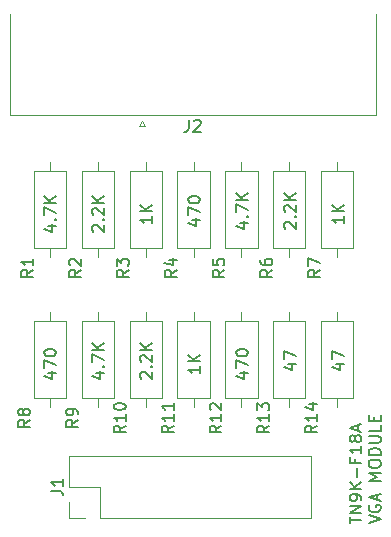
<source format=gbr>
%TF.GenerationSoftware,KiCad,Pcbnew,7.0.1*%
%TF.CreationDate,2023-04-24T00:51:31-07:00*%
%TF.ProjectId,TN9K_VGA,544e394b-5f56-4474-912e-6b696361645f,rev?*%
%TF.SameCoordinates,Original*%
%TF.FileFunction,Legend,Top*%
%TF.FilePolarity,Positive*%
%FSLAX46Y46*%
G04 Gerber Fmt 4.6, Leading zero omitted, Abs format (unit mm)*
G04 Created by KiCad (PCBNEW 7.0.1) date 2023-04-24 00:51:31*
%MOMM*%
%LPD*%
G01*
G04 APERTURE LIST*
%ADD10C,0.150000*%
%ADD11C,0.120000*%
G04 APERTURE END LIST*
D10*
X156513952Y-62999809D02*
X157180619Y-62999809D01*
X156133000Y-63237904D02*
X156847285Y-63475999D01*
X156847285Y-63475999D02*
X156847285Y-62856952D01*
X157085380Y-62475999D02*
X157133000Y-62428380D01*
X157133000Y-62428380D02*
X157180619Y-62475999D01*
X157180619Y-62475999D02*
X157133000Y-62523618D01*
X157133000Y-62523618D02*
X157085380Y-62475999D01*
X157085380Y-62475999D02*
X157180619Y-62475999D01*
X156180619Y-62095047D02*
X156180619Y-61428381D01*
X156180619Y-61428381D02*
X157180619Y-61856952D01*
X157180619Y-61047428D02*
X156180619Y-61047428D01*
X157180619Y-60476000D02*
X156609190Y-60904571D01*
X156180619Y-60476000D02*
X156752047Y-61047428D01*
X165308619Y-62190285D02*
X165308619Y-62761713D01*
X165308619Y-62475999D02*
X164308619Y-62475999D01*
X164308619Y-62475999D02*
X164451476Y-62571237D01*
X164451476Y-62571237D02*
X164546714Y-62666475D01*
X164546714Y-62666475D02*
X164594333Y-62761713D01*
X165308619Y-61761713D02*
X164308619Y-61761713D01*
X165308619Y-61190285D02*
X164737190Y-61618856D01*
X164308619Y-61190285D02*
X164880047Y-61761713D01*
X156513952Y-75437904D02*
X157180619Y-75437904D01*
X156133000Y-75675999D02*
X156847285Y-75914094D01*
X156847285Y-75914094D02*
X156847285Y-75295047D01*
X156180619Y-75009332D02*
X156180619Y-74342666D01*
X156180619Y-74342666D02*
X157180619Y-74771237D01*
X156180619Y-73771237D02*
X156180619Y-73675999D01*
X156180619Y-73675999D02*
X156228238Y-73580761D01*
X156228238Y-73580761D02*
X156275857Y-73533142D01*
X156275857Y-73533142D02*
X156371095Y-73485523D01*
X156371095Y-73485523D02*
X156561571Y-73437904D01*
X156561571Y-73437904D02*
X156799666Y-73437904D01*
X156799666Y-73437904D02*
X156990142Y-73485523D01*
X156990142Y-73485523D02*
X157085380Y-73533142D01*
X157085380Y-73533142D02*
X157133000Y-73580761D01*
X157133000Y-73580761D02*
X157180619Y-73675999D01*
X157180619Y-73675999D02*
X157180619Y-73771237D01*
X157180619Y-73771237D02*
X157133000Y-73866475D01*
X157133000Y-73866475D02*
X157085380Y-73914094D01*
X157085380Y-73914094D02*
X156990142Y-73961713D01*
X156990142Y-73961713D02*
X156799666Y-74009332D01*
X156799666Y-74009332D02*
X156561571Y-74009332D01*
X156561571Y-74009332D02*
X156371095Y-73961713D01*
X156371095Y-73961713D02*
X156275857Y-73914094D01*
X156275857Y-73914094D02*
X156228238Y-73866475D01*
X156228238Y-73866475D02*
X156180619Y-73771237D01*
X180897952Y-74707714D02*
X181564619Y-74707714D01*
X180517000Y-74945809D02*
X181231285Y-75183904D01*
X181231285Y-75183904D02*
X181231285Y-74564857D01*
X180564619Y-74279142D02*
X180564619Y-73612476D01*
X180564619Y-73612476D02*
X181564619Y-74041047D01*
X181564619Y-62190285D02*
X181564619Y-62761713D01*
X181564619Y-62475999D02*
X180564619Y-62475999D01*
X180564619Y-62475999D02*
X180707476Y-62571237D01*
X180707476Y-62571237D02*
X180802714Y-62666475D01*
X180802714Y-62666475D02*
X180850333Y-62761713D01*
X181564619Y-61761713D02*
X180564619Y-61761713D01*
X181564619Y-61190285D02*
X180993190Y-61618856D01*
X180564619Y-61190285D02*
X181136047Y-61761713D01*
X176833952Y-74707714D02*
X177500619Y-74707714D01*
X176453000Y-74945809D02*
X177167285Y-75183904D01*
X177167285Y-75183904D02*
X177167285Y-74564857D01*
X176500619Y-74279142D02*
X176500619Y-73612476D01*
X176500619Y-73612476D02*
X177500619Y-74041047D01*
X172769952Y-75437904D02*
X173436619Y-75437904D01*
X172389000Y-75675999D02*
X173103285Y-75914094D01*
X173103285Y-75914094D02*
X173103285Y-75295047D01*
X172436619Y-75009332D02*
X172436619Y-74342666D01*
X172436619Y-74342666D02*
X173436619Y-74771237D01*
X172436619Y-73771237D02*
X172436619Y-73675999D01*
X172436619Y-73675999D02*
X172484238Y-73580761D01*
X172484238Y-73580761D02*
X172531857Y-73533142D01*
X172531857Y-73533142D02*
X172627095Y-73485523D01*
X172627095Y-73485523D02*
X172817571Y-73437904D01*
X172817571Y-73437904D02*
X173055666Y-73437904D01*
X173055666Y-73437904D02*
X173246142Y-73485523D01*
X173246142Y-73485523D02*
X173341380Y-73533142D01*
X173341380Y-73533142D02*
X173389000Y-73580761D01*
X173389000Y-73580761D02*
X173436619Y-73675999D01*
X173436619Y-73675999D02*
X173436619Y-73771237D01*
X173436619Y-73771237D02*
X173389000Y-73866475D01*
X173389000Y-73866475D02*
X173341380Y-73914094D01*
X173341380Y-73914094D02*
X173246142Y-73961713D01*
X173246142Y-73961713D02*
X173055666Y-74009332D01*
X173055666Y-74009332D02*
X172817571Y-74009332D01*
X172817571Y-74009332D02*
X172627095Y-73961713D01*
X172627095Y-73961713D02*
X172531857Y-73914094D01*
X172531857Y-73914094D02*
X172484238Y-73866475D01*
X172484238Y-73866475D02*
X172436619Y-73771237D01*
X182042619Y-88169761D02*
X182042619Y-87598333D01*
X183042619Y-87884047D02*
X182042619Y-87884047D01*
X183042619Y-87264999D02*
X182042619Y-87264999D01*
X182042619Y-87264999D02*
X183042619Y-86693571D01*
X183042619Y-86693571D02*
X182042619Y-86693571D01*
X183042619Y-86169761D02*
X183042619Y-85979285D01*
X183042619Y-85979285D02*
X182995000Y-85884047D01*
X182995000Y-85884047D02*
X182947380Y-85836428D01*
X182947380Y-85836428D02*
X182804523Y-85741190D01*
X182804523Y-85741190D02*
X182614047Y-85693571D01*
X182614047Y-85693571D02*
X182233095Y-85693571D01*
X182233095Y-85693571D02*
X182137857Y-85741190D01*
X182137857Y-85741190D02*
X182090238Y-85788809D01*
X182090238Y-85788809D02*
X182042619Y-85884047D01*
X182042619Y-85884047D02*
X182042619Y-86074523D01*
X182042619Y-86074523D02*
X182090238Y-86169761D01*
X182090238Y-86169761D02*
X182137857Y-86217380D01*
X182137857Y-86217380D02*
X182233095Y-86264999D01*
X182233095Y-86264999D02*
X182471190Y-86264999D01*
X182471190Y-86264999D02*
X182566428Y-86217380D01*
X182566428Y-86217380D02*
X182614047Y-86169761D01*
X182614047Y-86169761D02*
X182661666Y-86074523D01*
X182661666Y-86074523D02*
X182661666Y-85884047D01*
X182661666Y-85884047D02*
X182614047Y-85788809D01*
X182614047Y-85788809D02*
X182566428Y-85741190D01*
X182566428Y-85741190D02*
X182471190Y-85693571D01*
X183042619Y-85264999D02*
X182042619Y-85264999D01*
X183042619Y-84693571D02*
X182471190Y-85122142D01*
X182042619Y-84693571D02*
X182614047Y-85264999D01*
X182661666Y-84264999D02*
X182661666Y-83503095D01*
X182518809Y-82693571D02*
X182518809Y-83026904D01*
X183042619Y-83026904D02*
X182042619Y-83026904D01*
X182042619Y-83026904D02*
X182042619Y-82550714D01*
X183042619Y-81645952D02*
X183042619Y-82217380D01*
X183042619Y-81931666D02*
X182042619Y-81931666D01*
X182042619Y-81931666D02*
X182185476Y-82026904D01*
X182185476Y-82026904D02*
X182280714Y-82122142D01*
X182280714Y-82122142D02*
X182328333Y-82217380D01*
X182471190Y-81074523D02*
X182423571Y-81169761D01*
X182423571Y-81169761D02*
X182375952Y-81217380D01*
X182375952Y-81217380D02*
X182280714Y-81264999D01*
X182280714Y-81264999D02*
X182233095Y-81264999D01*
X182233095Y-81264999D02*
X182137857Y-81217380D01*
X182137857Y-81217380D02*
X182090238Y-81169761D01*
X182090238Y-81169761D02*
X182042619Y-81074523D01*
X182042619Y-81074523D02*
X182042619Y-80884047D01*
X182042619Y-80884047D02*
X182090238Y-80788809D01*
X182090238Y-80788809D02*
X182137857Y-80741190D01*
X182137857Y-80741190D02*
X182233095Y-80693571D01*
X182233095Y-80693571D02*
X182280714Y-80693571D01*
X182280714Y-80693571D02*
X182375952Y-80741190D01*
X182375952Y-80741190D02*
X182423571Y-80788809D01*
X182423571Y-80788809D02*
X182471190Y-80884047D01*
X182471190Y-80884047D02*
X182471190Y-81074523D01*
X182471190Y-81074523D02*
X182518809Y-81169761D01*
X182518809Y-81169761D02*
X182566428Y-81217380D01*
X182566428Y-81217380D02*
X182661666Y-81264999D01*
X182661666Y-81264999D02*
X182852142Y-81264999D01*
X182852142Y-81264999D02*
X182947380Y-81217380D01*
X182947380Y-81217380D02*
X182995000Y-81169761D01*
X182995000Y-81169761D02*
X183042619Y-81074523D01*
X183042619Y-81074523D02*
X183042619Y-80884047D01*
X183042619Y-80884047D02*
X182995000Y-80788809D01*
X182995000Y-80788809D02*
X182947380Y-80741190D01*
X182947380Y-80741190D02*
X182852142Y-80693571D01*
X182852142Y-80693571D02*
X182661666Y-80693571D01*
X182661666Y-80693571D02*
X182566428Y-80741190D01*
X182566428Y-80741190D02*
X182518809Y-80788809D01*
X182518809Y-80788809D02*
X182471190Y-80884047D01*
X182756904Y-80312618D02*
X182756904Y-79836428D01*
X183042619Y-80407856D02*
X182042619Y-80074523D01*
X182042619Y-80074523D02*
X183042619Y-79741190D01*
X183662619Y-88169761D02*
X184662619Y-87836428D01*
X184662619Y-87836428D02*
X183662619Y-87503095D01*
X183710238Y-86645952D02*
X183662619Y-86741190D01*
X183662619Y-86741190D02*
X183662619Y-86884047D01*
X183662619Y-86884047D02*
X183710238Y-87026904D01*
X183710238Y-87026904D02*
X183805476Y-87122142D01*
X183805476Y-87122142D02*
X183900714Y-87169761D01*
X183900714Y-87169761D02*
X184091190Y-87217380D01*
X184091190Y-87217380D02*
X184234047Y-87217380D01*
X184234047Y-87217380D02*
X184424523Y-87169761D01*
X184424523Y-87169761D02*
X184519761Y-87122142D01*
X184519761Y-87122142D02*
X184615000Y-87026904D01*
X184615000Y-87026904D02*
X184662619Y-86884047D01*
X184662619Y-86884047D02*
X184662619Y-86788809D01*
X184662619Y-86788809D02*
X184615000Y-86645952D01*
X184615000Y-86645952D02*
X184567380Y-86598333D01*
X184567380Y-86598333D02*
X184234047Y-86598333D01*
X184234047Y-86598333D02*
X184234047Y-86788809D01*
X184376904Y-86217380D02*
X184376904Y-85741190D01*
X184662619Y-86312618D02*
X183662619Y-85979285D01*
X183662619Y-85979285D02*
X184662619Y-85645952D01*
X184662619Y-84550713D02*
X183662619Y-84550713D01*
X183662619Y-84550713D02*
X184376904Y-84217380D01*
X184376904Y-84217380D02*
X183662619Y-83884047D01*
X183662619Y-83884047D02*
X184662619Y-83884047D01*
X183662619Y-83217380D02*
X183662619Y-83026904D01*
X183662619Y-83026904D02*
X183710238Y-82931666D01*
X183710238Y-82931666D02*
X183805476Y-82836428D01*
X183805476Y-82836428D02*
X183995952Y-82788809D01*
X183995952Y-82788809D02*
X184329285Y-82788809D01*
X184329285Y-82788809D02*
X184519761Y-82836428D01*
X184519761Y-82836428D02*
X184615000Y-82931666D01*
X184615000Y-82931666D02*
X184662619Y-83026904D01*
X184662619Y-83026904D02*
X184662619Y-83217380D01*
X184662619Y-83217380D02*
X184615000Y-83312618D01*
X184615000Y-83312618D02*
X184519761Y-83407856D01*
X184519761Y-83407856D02*
X184329285Y-83455475D01*
X184329285Y-83455475D02*
X183995952Y-83455475D01*
X183995952Y-83455475D02*
X183805476Y-83407856D01*
X183805476Y-83407856D02*
X183710238Y-83312618D01*
X183710238Y-83312618D02*
X183662619Y-83217380D01*
X184662619Y-82360237D02*
X183662619Y-82360237D01*
X183662619Y-82360237D02*
X183662619Y-82122142D01*
X183662619Y-82122142D02*
X183710238Y-81979285D01*
X183710238Y-81979285D02*
X183805476Y-81884047D01*
X183805476Y-81884047D02*
X183900714Y-81836428D01*
X183900714Y-81836428D02*
X184091190Y-81788809D01*
X184091190Y-81788809D02*
X184234047Y-81788809D01*
X184234047Y-81788809D02*
X184424523Y-81836428D01*
X184424523Y-81836428D02*
X184519761Y-81884047D01*
X184519761Y-81884047D02*
X184615000Y-81979285D01*
X184615000Y-81979285D02*
X184662619Y-82122142D01*
X184662619Y-82122142D02*
X184662619Y-82360237D01*
X183662619Y-81360237D02*
X184472142Y-81360237D01*
X184472142Y-81360237D02*
X184567380Y-81312618D01*
X184567380Y-81312618D02*
X184615000Y-81264999D01*
X184615000Y-81264999D02*
X184662619Y-81169761D01*
X184662619Y-81169761D02*
X184662619Y-80979285D01*
X184662619Y-80979285D02*
X184615000Y-80884047D01*
X184615000Y-80884047D02*
X184567380Y-80836428D01*
X184567380Y-80836428D02*
X184472142Y-80788809D01*
X184472142Y-80788809D02*
X183662619Y-80788809D01*
X184662619Y-79836428D02*
X184662619Y-80312618D01*
X184662619Y-80312618D02*
X183662619Y-80312618D01*
X184138809Y-79503094D02*
X184138809Y-79169761D01*
X184662619Y-79026904D02*
X184662619Y-79503094D01*
X184662619Y-79503094D02*
X183662619Y-79503094D01*
X183662619Y-79503094D02*
X183662619Y-79026904D01*
X169372619Y-74890285D02*
X169372619Y-75461713D01*
X169372619Y-75175999D02*
X168372619Y-75175999D01*
X168372619Y-75175999D02*
X168515476Y-75271237D01*
X168515476Y-75271237D02*
X168610714Y-75366475D01*
X168610714Y-75366475D02*
X168658333Y-75461713D01*
X169372619Y-74461713D02*
X168372619Y-74461713D01*
X169372619Y-73890285D02*
X168801190Y-74318856D01*
X168372619Y-73890285D02*
X168944047Y-74461713D01*
X168705952Y-62483904D02*
X169372619Y-62483904D01*
X168325000Y-62721999D02*
X169039285Y-62960094D01*
X169039285Y-62960094D02*
X169039285Y-62341047D01*
X168372619Y-62055332D02*
X168372619Y-61388666D01*
X168372619Y-61388666D02*
X169372619Y-61817237D01*
X168372619Y-60817237D02*
X168372619Y-60721999D01*
X168372619Y-60721999D02*
X168420238Y-60626761D01*
X168420238Y-60626761D02*
X168467857Y-60579142D01*
X168467857Y-60579142D02*
X168563095Y-60531523D01*
X168563095Y-60531523D02*
X168753571Y-60483904D01*
X168753571Y-60483904D02*
X168991666Y-60483904D01*
X168991666Y-60483904D02*
X169182142Y-60531523D01*
X169182142Y-60531523D02*
X169277380Y-60579142D01*
X169277380Y-60579142D02*
X169325000Y-60626761D01*
X169325000Y-60626761D02*
X169372619Y-60721999D01*
X169372619Y-60721999D02*
X169372619Y-60817237D01*
X169372619Y-60817237D02*
X169325000Y-60912475D01*
X169325000Y-60912475D02*
X169277380Y-60960094D01*
X169277380Y-60960094D02*
X169182142Y-61007713D01*
X169182142Y-61007713D02*
X168991666Y-61055332D01*
X168991666Y-61055332D02*
X168753571Y-61055332D01*
X168753571Y-61055332D02*
X168563095Y-61007713D01*
X168563095Y-61007713D02*
X168467857Y-60960094D01*
X168467857Y-60960094D02*
X168420238Y-60912475D01*
X168420238Y-60912475D02*
X168372619Y-60817237D01*
X164403857Y-75921999D02*
X164356238Y-75874380D01*
X164356238Y-75874380D02*
X164308619Y-75779142D01*
X164308619Y-75779142D02*
X164308619Y-75541047D01*
X164308619Y-75541047D02*
X164356238Y-75445809D01*
X164356238Y-75445809D02*
X164403857Y-75398190D01*
X164403857Y-75398190D02*
X164499095Y-75350571D01*
X164499095Y-75350571D02*
X164594333Y-75350571D01*
X164594333Y-75350571D02*
X164737190Y-75398190D01*
X164737190Y-75398190D02*
X165308619Y-75969618D01*
X165308619Y-75969618D02*
X165308619Y-75350571D01*
X165213380Y-74921999D02*
X165261000Y-74874380D01*
X165261000Y-74874380D02*
X165308619Y-74921999D01*
X165308619Y-74921999D02*
X165261000Y-74969618D01*
X165261000Y-74969618D02*
X165213380Y-74921999D01*
X165213380Y-74921999D02*
X165308619Y-74921999D01*
X164403857Y-74493428D02*
X164356238Y-74445809D01*
X164356238Y-74445809D02*
X164308619Y-74350571D01*
X164308619Y-74350571D02*
X164308619Y-74112476D01*
X164308619Y-74112476D02*
X164356238Y-74017238D01*
X164356238Y-74017238D02*
X164403857Y-73969619D01*
X164403857Y-73969619D02*
X164499095Y-73922000D01*
X164499095Y-73922000D02*
X164594333Y-73922000D01*
X164594333Y-73922000D02*
X164737190Y-73969619D01*
X164737190Y-73969619D02*
X165308619Y-74541047D01*
X165308619Y-74541047D02*
X165308619Y-73922000D01*
X165308619Y-73493428D02*
X164308619Y-73493428D01*
X165308619Y-72922000D02*
X164737190Y-73350571D01*
X164308619Y-72922000D02*
X164880047Y-73493428D01*
X160577952Y-75445809D02*
X161244619Y-75445809D01*
X160197000Y-75683904D02*
X160911285Y-75921999D01*
X160911285Y-75921999D02*
X160911285Y-75302952D01*
X161149380Y-74921999D02*
X161197000Y-74874380D01*
X161197000Y-74874380D02*
X161244619Y-74921999D01*
X161244619Y-74921999D02*
X161197000Y-74969618D01*
X161197000Y-74969618D02*
X161149380Y-74921999D01*
X161149380Y-74921999D02*
X161244619Y-74921999D01*
X160244619Y-74541047D02*
X160244619Y-73874381D01*
X160244619Y-73874381D02*
X161244619Y-74302952D01*
X161244619Y-73493428D02*
X160244619Y-73493428D01*
X161244619Y-72922000D02*
X160673190Y-73350571D01*
X160244619Y-72922000D02*
X160816047Y-73493428D01*
X160339857Y-63475999D02*
X160292238Y-63428380D01*
X160292238Y-63428380D02*
X160244619Y-63333142D01*
X160244619Y-63333142D02*
X160244619Y-63095047D01*
X160244619Y-63095047D02*
X160292238Y-62999809D01*
X160292238Y-62999809D02*
X160339857Y-62952190D01*
X160339857Y-62952190D02*
X160435095Y-62904571D01*
X160435095Y-62904571D02*
X160530333Y-62904571D01*
X160530333Y-62904571D02*
X160673190Y-62952190D01*
X160673190Y-62952190D02*
X161244619Y-63523618D01*
X161244619Y-63523618D02*
X161244619Y-62904571D01*
X161149380Y-62475999D02*
X161197000Y-62428380D01*
X161197000Y-62428380D02*
X161244619Y-62475999D01*
X161244619Y-62475999D02*
X161197000Y-62523618D01*
X161197000Y-62523618D02*
X161149380Y-62475999D01*
X161149380Y-62475999D02*
X161244619Y-62475999D01*
X160339857Y-62047428D02*
X160292238Y-61999809D01*
X160292238Y-61999809D02*
X160244619Y-61904571D01*
X160244619Y-61904571D02*
X160244619Y-61666476D01*
X160244619Y-61666476D02*
X160292238Y-61571238D01*
X160292238Y-61571238D02*
X160339857Y-61523619D01*
X160339857Y-61523619D02*
X160435095Y-61476000D01*
X160435095Y-61476000D02*
X160530333Y-61476000D01*
X160530333Y-61476000D02*
X160673190Y-61523619D01*
X160673190Y-61523619D02*
X161244619Y-62095047D01*
X161244619Y-62095047D02*
X161244619Y-61476000D01*
X161244619Y-61047428D02*
X160244619Y-61047428D01*
X161244619Y-60476000D02*
X160673190Y-60904571D01*
X160244619Y-60476000D02*
X160816047Y-61047428D01*
X172769952Y-62745809D02*
X173436619Y-62745809D01*
X172389000Y-62983904D02*
X173103285Y-63221999D01*
X173103285Y-63221999D02*
X173103285Y-62602952D01*
X173341380Y-62221999D02*
X173389000Y-62174380D01*
X173389000Y-62174380D02*
X173436619Y-62221999D01*
X173436619Y-62221999D02*
X173389000Y-62269618D01*
X173389000Y-62269618D02*
X173341380Y-62221999D01*
X173341380Y-62221999D02*
X173436619Y-62221999D01*
X172436619Y-61841047D02*
X172436619Y-61174381D01*
X172436619Y-61174381D02*
X173436619Y-61602952D01*
X173436619Y-60793428D02*
X172436619Y-60793428D01*
X173436619Y-60222000D02*
X172865190Y-60650571D01*
X172436619Y-60222000D02*
X173008047Y-60793428D01*
X176595857Y-63221999D02*
X176548238Y-63174380D01*
X176548238Y-63174380D02*
X176500619Y-63079142D01*
X176500619Y-63079142D02*
X176500619Y-62841047D01*
X176500619Y-62841047D02*
X176548238Y-62745809D01*
X176548238Y-62745809D02*
X176595857Y-62698190D01*
X176595857Y-62698190D02*
X176691095Y-62650571D01*
X176691095Y-62650571D02*
X176786333Y-62650571D01*
X176786333Y-62650571D02*
X176929190Y-62698190D01*
X176929190Y-62698190D02*
X177500619Y-63269618D01*
X177500619Y-63269618D02*
X177500619Y-62650571D01*
X177405380Y-62221999D02*
X177453000Y-62174380D01*
X177453000Y-62174380D02*
X177500619Y-62221999D01*
X177500619Y-62221999D02*
X177453000Y-62269618D01*
X177453000Y-62269618D02*
X177405380Y-62221999D01*
X177405380Y-62221999D02*
X177500619Y-62221999D01*
X176595857Y-61793428D02*
X176548238Y-61745809D01*
X176548238Y-61745809D02*
X176500619Y-61650571D01*
X176500619Y-61650571D02*
X176500619Y-61412476D01*
X176500619Y-61412476D02*
X176548238Y-61317238D01*
X176548238Y-61317238D02*
X176595857Y-61269619D01*
X176595857Y-61269619D02*
X176691095Y-61222000D01*
X176691095Y-61222000D02*
X176786333Y-61222000D01*
X176786333Y-61222000D02*
X176929190Y-61269619D01*
X176929190Y-61269619D02*
X177500619Y-61841047D01*
X177500619Y-61841047D02*
X177500619Y-61222000D01*
X177500619Y-60793428D02*
X176500619Y-60793428D01*
X177500619Y-60222000D02*
X176929190Y-60650571D01*
X176500619Y-60222000D02*
X177072047Y-60793428D01*
%TO.C,R14*%
X179278619Y-79890857D02*
X178802428Y-80224190D01*
X179278619Y-80462285D02*
X178278619Y-80462285D01*
X178278619Y-80462285D02*
X178278619Y-80081333D01*
X178278619Y-80081333D02*
X178326238Y-79986095D01*
X178326238Y-79986095D02*
X178373857Y-79938476D01*
X178373857Y-79938476D02*
X178469095Y-79890857D01*
X178469095Y-79890857D02*
X178611952Y-79890857D01*
X178611952Y-79890857D02*
X178707190Y-79938476D01*
X178707190Y-79938476D02*
X178754809Y-79986095D01*
X178754809Y-79986095D02*
X178802428Y-80081333D01*
X178802428Y-80081333D02*
X178802428Y-80462285D01*
X179278619Y-78938476D02*
X179278619Y-79509904D01*
X179278619Y-79224190D02*
X178278619Y-79224190D01*
X178278619Y-79224190D02*
X178421476Y-79319428D01*
X178421476Y-79319428D02*
X178516714Y-79414666D01*
X178516714Y-79414666D02*
X178564333Y-79509904D01*
X178611952Y-78081333D02*
X179278619Y-78081333D01*
X178231000Y-78319428D02*
X178945285Y-78557523D01*
X178945285Y-78557523D02*
X178945285Y-77938476D01*
%TO.C,R8*%
X154978619Y-79414666D02*
X154502428Y-79747999D01*
X154978619Y-79986094D02*
X153978619Y-79986094D01*
X153978619Y-79986094D02*
X153978619Y-79605142D01*
X153978619Y-79605142D02*
X154026238Y-79509904D01*
X154026238Y-79509904D02*
X154073857Y-79462285D01*
X154073857Y-79462285D02*
X154169095Y-79414666D01*
X154169095Y-79414666D02*
X154311952Y-79414666D01*
X154311952Y-79414666D02*
X154407190Y-79462285D01*
X154407190Y-79462285D02*
X154454809Y-79509904D01*
X154454809Y-79509904D02*
X154502428Y-79605142D01*
X154502428Y-79605142D02*
X154502428Y-79986094D01*
X154407190Y-78843237D02*
X154359571Y-78938475D01*
X154359571Y-78938475D02*
X154311952Y-78986094D01*
X154311952Y-78986094D02*
X154216714Y-79033713D01*
X154216714Y-79033713D02*
X154169095Y-79033713D01*
X154169095Y-79033713D02*
X154073857Y-78986094D01*
X154073857Y-78986094D02*
X154026238Y-78938475D01*
X154026238Y-78938475D02*
X153978619Y-78843237D01*
X153978619Y-78843237D02*
X153978619Y-78652761D01*
X153978619Y-78652761D02*
X154026238Y-78557523D01*
X154026238Y-78557523D02*
X154073857Y-78509904D01*
X154073857Y-78509904D02*
X154169095Y-78462285D01*
X154169095Y-78462285D02*
X154216714Y-78462285D01*
X154216714Y-78462285D02*
X154311952Y-78509904D01*
X154311952Y-78509904D02*
X154359571Y-78557523D01*
X154359571Y-78557523D02*
X154407190Y-78652761D01*
X154407190Y-78652761D02*
X154407190Y-78843237D01*
X154407190Y-78843237D02*
X154454809Y-78938475D01*
X154454809Y-78938475D02*
X154502428Y-78986094D01*
X154502428Y-78986094D02*
X154597666Y-79033713D01*
X154597666Y-79033713D02*
X154788142Y-79033713D01*
X154788142Y-79033713D02*
X154883380Y-78986094D01*
X154883380Y-78986094D02*
X154931000Y-78938475D01*
X154931000Y-78938475D02*
X154978619Y-78843237D01*
X154978619Y-78843237D02*
X154978619Y-78652761D01*
X154978619Y-78652761D02*
X154931000Y-78557523D01*
X154931000Y-78557523D02*
X154883380Y-78509904D01*
X154883380Y-78509904D02*
X154788142Y-78462285D01*
X154788142Y-78462285D02*
X154597666Y-78462285D01*
X154597666Y-78462285D02*
X154502428Y-78509904D01*
X154502428Y-78509904D02*
X154454809Y-78557523D01*
X154454809Y-78557523D02*
X154407190Y-78652761D01*
%TO.C,R13*%
X175228619Y-79890857D02*
X174752428Y-80224190D01*
X175228619Y-80462285D02*
X174228619Y-80462285D01*
X174228619Y-80462285D02*
X174228619Y-80081333D01*
X174228619Y-80081333D02*
X174276238Y-79986095D01*
X174276238Y-79986095D02*
X174323857Y-79938476D01*
X174323857Y-79938476D02*
X174419095Y-79890857D01*
X174419095Y-79890857D02*
X174561952Y-79890857D01*
X174561952Y-79890857D02*
X174657190Y-79938476D01*
X174657190Y-79938476D02*
X174704809Y-79986095D01*
X174704809Y-79986095D02*
X174752428Y-80081333D01*
X174752428Y-80081333D02*
X174752428Y-80462285D01*
X175228619Y-78938476D02*
X175228619Y-79509904D01*
X175228619Y-79224190D02*
X174228619Y-79224190D01*
X174228619Y-79224190D02*
X174371476Y-79319428D01*
X174371476Y-79319428D02*
X174466714Y-79414666D01*
X174466714Y-79414666D02*
X174514333Y-79509904D01*
X174228619Y-78605142D02*
X174228619Y-77986095D01*
X174228619Y-77986095D02*
X174609571Y-78319428D01*
X174609571Y-78319428D02*
X174609571Y-78176571D01*
X174609571Y-78176571D02*
X174657190Y-78081333D01*
X174657190Y-78081333D02*
X174704809Y-78033714D01*
X174704809Y-78033714D02*
X174800047Y-77986095D01*
X174800047Y-77986095D02*
X175038142Y-77986095D01*
X175038142Y-77986095D02*
X175133380Y-78033714D01*
X175133380Y-78033714D02*
X175181000Y-78081333D01*
X175181000Y-78081333D02*
X175228619Y-78176571D01*
X175228619Y-78176571D02*
X175228619Y-78462285D01*
X175228619Y-78462285D02*
X175181000Y-78557523D01*
X175181000Y-78557523D02*
X175133380Y-78605142D01*
%TO.C,R1*%
X155232619Y-66714666D02*
X154756428Y-67047999D01*
X155232619Y-67286094D02*
X154232619Y-67286094D01*
X154232619Y-67286094D02*
X154232619Y-66905142D01*
X154232619Y-66905142D02*
X154280238Y-66809904D01*
X154280238Y-66809904D02*
X154327857Y-66762285D01*
X154327857Y-66762285D02*
X154423095Y-66714666D01*
X154423095Y-66714666D02*
X154565952Y-66714666D01*
X154565952Y-66714666D02*
X154661190Y-66762285D01*
X154661190Y-66762285D02*
X154708809Y-66809904D01*
X154708809Y-66809904D02*
X154756428Y-66905142D01*
X154756428Y-66905142D02*
X154756428Y-67286094D01*
X155232619Y-65762285D02*
X155232619Y-66333713D01*
X155232619Y-66047999D02*
X154232619Y-66047999D01*
X154232619Y-66047999D02*
X154375476Y-66143237D01*
X154375476Y-66143237D02*
X154470714Y-66238475D01*
X154470714Y-66238475D02*
X154518333Y-66333713D01*
%TO.C,J2*%
X168438666Y-54015619D02*
X168438666Y-54729904D01*
X168438666Y-54729904D02*
X168391047Y-54872761D01*
X168391047Y-54872761D02*
X168295809Y-54968000D01*
X168295809Y-54968000D02*
X168152952Y-55015619D01*
X168152952Y-55015619D02*
X168057714Y-55015619D01*
X168867238Y-54110857D02*
X168914857Y-54063238D01*
X168914857Y-54063238D02*
X169010095Y-54015619D01*
X169010095Y-54015619D02*
X169248190Y-54015619D01*
X169248190Y-54015619D02*
X169343428Y-54063238D01*
X169343428Y-54063238D02*
X169391047Y-54110857D01*
X169391047Y-54110857D02*
X169438666Y-54206095D01*
X169438666Y-54206095D02*
X169438666Y-54301333D01*
X169438666Y-54301333D02*
X169391047Y-54444190D01*
X169391047Y-54444190D02*
X168819619Y-55015619D01*
X168819619Y-55015619D02*
X169438666Y-55015619D01*
%TO.C,R4*%
X167382619Y-66714666D02*
X166906428Y-67047999D01*
X167382619Y-67286094D02*
X166382619Y-67286094D01*
X166382619Y-67286094D02*
X166382619Y-66905142D01*
X166382619Y-66905142D02*
X166430238Y-66809904D01*
X166430238Y-66809904D02*
X166477857Y-66762285D01*
X166477857Y-66762285D02*
X166573095Y-66714666D01*
X166573095Y-66714666D02*
X166715952Y-66714666D01*
X166715952Y-66714666D02*
X166811190Y-66762285D01*
X166811190Y-66762285D02*
X166858809Y-66809904D01*
X166858809Y-66809904D02*
X166906428Y-66905142D01*
X166906428Y-66905142D02*
X166906428Y-67286094D01*
X166715952Y-65857523D02*
X167382619Y-65857523D01*
X166335000Y-66095618D02*
X167049285Y-66333713D01*
X167049285Y-66333713D02*
X167049285Y-65714666D01*
%TO.C,R10*%
X163078619Y-79890857D02*
X162602428Y-80224190D01*
X163078619Y-80462285D02*
X162078619Y-80462285D01*
X162078619Y-80462285D02*
X162078619Y-80081333D01*
X162078619Y-80081333D02*
X162126238Y-79986095D01*
X162126238Y-79986095D02*
X162173857Y-79938476D01*
X162173857Y-79938476D02*
X162269095Y-79890857D01*
X162269095Y-79890857D02*
X162411952Y-79890857D01*
X162411952Y-79890857D02*
X162507190Y-79938476D01*
X162507190Y-79938476D02*
X162554809Y-79986095D01*
X162554809Y-79986095D02*
X162602428Y-80081333D01*
X162602428Y-80081333D02*
X162602428Y-80462285D01*
X163078619Y-78938476D02*
X163078619Y-79509904D01*
X163078619Y-79224190D02*
X162078619Y-79224190D01*
X162078619Y-79224190D02*
X162221476Y-79319428D01*
X162221476Y-79319428D02*
X162316714Y-79414666D01*
X162316714Y-79414666D02*
X162364333Y-79509904D01*
X162078619Y-78319428D02*
X162078619Y-78224190D01*
X162078619Y-78224190D02*
X162126238Y-78128952D01*
X162126238Y-78128952D02*
X162173857Y-78081333D01*
X162173857Y-78081333D02*
X162269095Y-78033714D01*
X162269095Y-78033714D02*
X162459571Y-77986095D01*
X162459571Y-77986095D02*
X162697666Y-77986095D01*
X162697666Y-77986095D02*
X162888142Y-78033714D01*
X162888142Y-78033714D02*
X162983380Y-78081333D01*
X162983380Y-78081333D02*
X163031000Y-78128952D01*
X163031000Y-78128952D02*
X163078619Y-78224190D01*
X163078619Y-78224190D02*
X163078619Y-78319428D01*
X163078619Y-78319428D02*
X163031000Y-78414666D01*
X163031000Y-78414666D02*
X162983380Y-78462285D01*
X162983380Y-78462285D02*
X162888142Y-78509904D01*
X162888142Y-78509904D02*
X162697666Y-78557523D01*
X162697666Y-78557523D02*
X162459571Y-78557523D01*
X162459571Y-78557523D02*
X162269095Y-78509904D01*
X162269095Y-78509904D02*
X162173857Y-78462285D01*
X162173857Y-78462285D02*
X162126238Y-78414666D01*
X162126238Y-78414666D02*
X162078619Y-78319428D01*
%TO.C,R7*%
X179532619Y-66714666D02*
X179056428Y-67047999D01*
X179532619Y-67286094D02*
X178532619Y-67286094D01*
X178532619Y-67286094D02*
X178532619Y-66905142D01*
X178532619Y-66905142D02*
X178580238Y-66809904D01*
X178580238Y-66809904D02*
X178627857Y-66762285D01*
X178627857Y-66762285D02*
X178723095Y-66714666D01*
X178723095Y-66714666D02*
X178865952Y-66714666D01*
X178865952Y-66714666D02*
X178961190Y-66762285D01*
X178961190Y-66762285D02*
X179008809Y-66809904D01*
X179008809Y-66809904D02*
X179056428Y-66905142D01*
X179056428Y-66905142D02*
X179056428Y-67286094D01*
X178532619Y-66381332D02*
X178532619Y-65714666D01*
X178532619Y-65714666D02*
X179532619Y-66143237D01*
%TO.C,R11*%
X167128619Y-79890857D02*
X166652428Y-80224190D01*
X167128619Y-80462285D02*
X166128619Y-80462285D01*
X166128619Y-80462285D02*
X166128619Y-80081333D01*
X166128619Y-80081333D02*
X166176238Y-79986095D01*
X166176238Y-79986095D02*
X166223857Y-79938476D01*
X166223857Y-79938476D02*
X166319095Y-79890857D01*
X166319095Y-79890857D02*
X166461952Y-79890857D01*
X166461952Y-79890857D02*
X166557190Y-79938476D01*
X166557190Y-79938476D02*
X166604809Y-79986095D01*
X166604809Y-79986095D02*
X166652428Y-80081333D01*
X166652428Y-80081333D02*
X166652428Y-80462285D01*
X167128619Y-78938476D02*
X167128619Y-79509904D01*
X167128619Y-79224190D02*
X166128619Y-79224190D01*
X166128619Y-79224190D02*
X166271476Y-79319428D01*
X166271476Y-79319428D02*
X166366714Y-79414666D01*
X166366714Y-79414666D02*
X166414333Y-79509904D01*
X167128619Y-77986095D02*
X167128619Y-78557523D01*
X167128619Y-78271809D02*
X166128619Y-78271809D01*
X166128619Y-78271809D02*
X166271476Y-78367047D01*
X166271476Y-78367047D02*
X166366714Y-78462285D01*
X166366714Y-78462285D02*
X166414333Y-78557523D01*
%TO.C,R3*%
X163332619Y-66714666D02*
X162856428Y-67047999D01*
X163332619Y-67286094D02*
X162332619Y-67286094D01*
X162332619Y-67286094D02*
X162332619Y-66905142D01*
X162332619Y-66905142D02*
X162380238Y-66809904D01*
X162380238Y-66809904D02*
X162427857Y-66762285D01*
X162427857Y-66762285D02*
X162523095Y-66714666D01*
X162523095Y-66714666D02*
X162665952Y-66714666D01*
X162665952Y-66714666D02*
X162761190Y-66762285D01*
X162761190Y-66762285D02*
X162808809Y-66809904D01*
X162808809Y-66809904D02*
X162856428Y-66905142D01*
X162856428Y-66905142D02*
X162856428Y-67286094D01*
X162332619Y-66381332D02*
X162332619Y-65762285D01*
X162332619Y-65762285D02*
X162713571Y-66095618D01*
X162713571Y-66095618D02*
X162713571Y-65952761D01*
X162713571Y-65952761D02*
X162761190Y-65857523D01*
X162761190Y-65857523D02*
X162808809Y-65809904D01*
X162808809Y-65809904D02*
X162904047Y-65762285D01*
X162904047Y-65762285D02*
X163142142Y-65762285D01*
X163142142Y-65762285D02*
X163237380Y-65809904D01*
X163237380Y-65809904D02*
X163285000Y-65857523D01*
X163285000Y-65857523D02*
X163332619Y-65952761D01*
X163332619Y-65952761D02*
X163332619Y-66238475D01*
X163332619Y-66238475D02*
X163285000Y-66333713D01*
X163285000Y-66333713D02*
X163237380Y-66381332D01*
%TO.C,J1*%
X156771619Y-85423333D02*
X157485904Y-85423333D01*
X157485904Y-85423333D02*
X157628761Y-85470952D01*
X157628761Y-85470952D02*
X157724000Y-85566190D01*
X157724000Y-85566190D02*
X157771619Y-85709047D01*
X157771619Y-85709047D02*
X157771619Y-85804285D01*
X157771619Y-84423333D02*
X157771619Y-84994761D01*
X157771619Y-84709047D02*
X156771619Y-84709047D01*
X156771619Y-84709047D02*
X156914476Y-84804285D01*
X156914476Y-84804285D02*
X157009714Y-84899523D01*
X157009714Y-84899523D02*
X157057333Y-84994761D01*
%TO.C,R9*%
X159028619Y-79414666D02*
X158552428Y-79747999D01*
X159028619Y-79986094D02*
X158028619Y-79986094D01*
X158028619Y-79986094D02*
X158028619Y-79605142D01*
X158028619Y-79605142D02*
X158076238Y-79509904D01*
X158076238Y-79509904D02*
X158123857Y-79462285D01*
X158123857Y-79462285D02*
X158219095Y-79414666D01*
X158219095Y-79414666D02*
X158361952Y-79414666D01*
X158361952Y-79414666D02*
X158457190Y-79462285D01*
X158457190Y-79462285D02*
X158504809Y-79509904D01*
X158504809Y-79509904D02*
X158552428Y-79605142D01*
X158552428Y-79605142D02*
X158552428Y-79986094D01*
X159028619Y-78938475D02*
X159028619Y-78747999D01*
X159028619Y-78747999D02*
X158981000Y-78652761D01*
X158981000Y-78652761D02*
X158933380Y-78605142D01*
X158933380Y-78605142D02*
X158790523Y-78509904D01*
X158790523Y-78509904D02*
X158600047Y-78462285D01*
X158600047Y-78462285D02*
X158219095Y-78462285D01*
X158219095Y-78462285D02*
X158123857Y-78509904D01*
X158123857Y-78509904D02*
X158076238Y-78557523D01*
X158076238Y-78557523D02*
X158028619Y-78652761D01*
X158028619Y-78652761D02*
X158028619Y-78843237D01*
X158028619Y-78843237D02*
X158076238Y-78938475D01*
X158076238Y-78938475D02*
X158123857Y-78986094D01*
X158123857Y-78986094D02*
X158219095Y-79033713D01*
X158219095Y-79033713D02*
X158457190Y-79033713D01*
X158457190Y-79033713D02*
X158552428Y-78986094D01*
X158552428Y-78986094D02*
X158600047Y-78938475D01*
X158600047Y-78938475D02*
X158647666Y-78843237D01*
X158647666Y-78843237D02*
X158647666Y-78652761D01*
X158647666Y-78652761D02*
X158600047Y-78557523D01*
X158600047Y-78557523D02*
X158552428Y-78509904D01*
X158552428Y-78509904D02*
X158457190Y-78462285D01*
%TO.C,R5*%
X171432619Y-66714666D02*
X170956428Y-67047999D01*
X171432619Y-67286094D02*
X170432619Y-67286094D01*
X170432619Y-67286094D02*
X170432619Y-66905142D01*
X170432619Y-66905142D02*
X170480238Y-66809904D01*
X170480238Y-66809904D02*
X170527857Y-66762285D01*
X170527857Y-66762285D02*
X170623095Y-66714666D01*
X170623095Y-66714666D02*
X170765952Y-66714666D01*
X170765952Y-66714666D02*
X170861190Y-66762285D01*
X170861190Y-66762285D02*
X170908809Y-66809904D01*
X170908809Y-66809904D02*
X170956428Y-66905142D01*
X170956428Y-66905142D02*
X170956428Y-67286094D01*
X170432619Y-65809904D02*
X170432619Y-66286094D01*
X170432619Y-66286094D02*
X170908809Y-66333713D01*
X170908809Y-66333713D02*
X170861190Y-66286094D01*
X170861190Y-66286094D02*
X170813571Y-66190856D01*
X170813571Y-66190856D02*
X170813571Y-65952761D01*
X170813571Y-65952761D02*
X170861190Y-65857523D01*
X170861190Y-65857523D02*
X170908809Y-65809904D01*
X170908809Y-65809904D02*
X171004047Y-65762285D01*
X171004047Y-65762285D02*
X171242142Y-65762285D01*
X171242142Y-65762285D02*
X171337380Y-65809904D01*
X171337380Y-65809904D02*
X171385000Y-65857523D01*
X171385000Y-65857523D02*
X171432619Y-65952761D01*
X171432619Y-65952761D02*
X171432619Y-66190856D01*
X171432619Y-66190856D02*
X171385000Y-66286094D01*
X171385000Y-66286094D02*
X171337380Y-66333713D01*
%TO.C,R6*%
X175482619Y-66714666D02*
X175006428Y-67047999D01*
X175482619Y-67286094D02*
X174482619Y-67286094D01*
X174482619Y-67286094D02*
X174482619Y-66905142D01*
X174482619Y-66905142D02*
X174530238Y-66809904D01*
X174530238Y-66809904D02*
X174577857Y-66762285D01*
X174577857Y-66762285D02*
X174673095Y-66714666D01*
X174673095Y-66714666D02*
X174815952Y-66714666D01*
X174815952Y-66714666D02*
X174911190Y-66762285D01*
X174911190Y-66762285D02*
X174958809Y-66809904D01*
X174958809Y-66809904D02*
X175006428Y-66905142D01*
X175006428Y-66905142D02*
X175006428Y-67286094D01*
X174482619Y-65857523D02*
X174482619Y-66047999D01*
X174482619Y-66047999D02*
X174530238Y-66143237D01*
X174530238Y-66143237D02*
X174577857Y-66190856D01*
X174577857Y-66190856D02*
X174720714Y-66286094D01*
X174720714Y-66286094D02*
X174911190Y-66333713D01*
X174911190Y-66333713D02*
X175292142Y-66333713D01*
X175292142Y-66333713D02*
X175387380Y-66286094D01*
X175387380Y-66286094D02*
X175435000Y-66238475D01*
X175435000Y-66238475D02*
X175482619Y-66143237D01*
X175482619Y-66143237D02*
X175482619Y-65952761D01*
X175482619Y-65952761D02*
X175435000Y-65857523D01*
X175435000Y-65857523D02*
X175387380Y-65809904D01*
X175387380Y-65809904D02*
X175292142Y-65762285D01*
X175292142Y-65762285D02*
X175054047Y-65762285D01*
X175054047Y-65762285D02*
X174958809Y-65809904D01*
X174958809Y-65809904D02*
X174911190Y-65857523D01*
X174911190Y-65857523D02*
X174863571Y-65952761D01*
X174863571Y-65952761D02*
X174863571Y-66143237D01*
X174863571Y-66143237D02*
X174911190Y-66238475D01*
X174911190Y-66238475D02*
X174958809Y-66286094D01*
X174958809Y-66286094D02*
X175054047Y-66333713D01*
%TO.C,R2*%
X159282619Y-66714666D02*
X158806428Y-67047999D01*
X159282619Y-67286094D02*
X158282619Y-67286094D01*
X158282619Y-67286094D02*
X158282619Y-66905142D01*
X158282619Y-66905142D02*
X158330238Y-66809904D01*
X158330238Y-66809904D02*
X158377857Y-66762285D01*
X158377857Y-66762285D02*
X158473095Y-66714666D01*
X158473095Y-66714666D02*
X158615952Y-66714666D01*
X158615952Y-66714666D02*
X158711190Y-66762285D01*
X158711190Y-66762285D02*
X158758809Y-66809904D01*
X158758809Y-66809904D02*
X158806428Y-66905142D01*
X158806428Y-66905142D02*
X158806428Y-67286094D01*
X158377857Y-66333713D02*
X158330238Y-66286094D01*
X158330238Y-66286094D02*
X158282619Y-66190856D01*
X158282619Y-66190856D02*
X158282619Y-65952761D01*
X158282619Y-65952761D02*
X158330238Y-65857523D01*
X158330238Y-65857523D02*
X158377857Y-65809904D01*
X158377857Y-65809904D02*
X158473095Y-65762285D01*
X158473095Y-65762285D02*
X158568333Y-65762285D01*
X158568333Y-65762285D02*
X158711190Y-65809904D01*
X158711190Y-65809904D02*
X159282619Y-66381332D01*
X159282619Y-66381332D02*
X159282619Y-65762285D01*
%TO.C,R12*%
X171178619Y-79890857D02*
X170702428Y-80224190D01*
X171178619Y-80462285D02*
X170178619Y-80462285D01*
X170178619Y-80462285D02*
X170178619Y-80081333D01*
X170178619Y-80081333D02*
X170226238Y-79986095D01*
X170226238Y-79986095D02*
X170273857Y-79938476D01*
X170273857Y-79938476D02*
X170369095Y-79890857D01*
X170369095Y-79890857D02*
X170511952Y-79890857D01*
X170511952Y-79890857D02*
X170607190Y-79938476D01*
X170607190Y-79938476D02*
X170654809Y-79986095D01*
X170654809Y-79986095D02*
X170702428Y-80081333D01*
X170702428Y-80081333D02*
X170702428Y-80462285D01*
X171178619Y-78938476D02*
X171178619Y-79509904D01*
X171178619Y-79224190D02*
X170178619Y-79224190D01*
X170178619Y-79224190D02*
X170321476Y-79319428D01*
X170321476Y-79319428D02*
X170416714Y-79414666D01*
X170416714Y-79414666D02*
X170464333Y-79509904D01*
X170273857Y-78557523D02*
X170226238Y-78509904D01*
X170226238Y-78509904D02*
X170178619Y-78414666D01*
X170178619Y-78414666D02*
X170178619Y-78176571D01*
X170178619Y-78176571D02*
X170226238Y-78081333D01*
X170226238Y-78081333D02*
X170273857Y-78033714D01*
X170273857Y-78033714D02*
X170369095Y-77986095D01*
X170369095Y-77986095D02*
X170464333Y-77986095D01*
X170464333Y-77986095D02*
X170607190Y-78033714D01*
X170607190Y-78033714D02*
X171178619Y-78605142D01*
X171178619Y-78605142D02*
X171178619Y-77986095D01*
D11*
%TO.C,R14*%
X180975000Y-70255000D02*
X180975000Y-71025000D01*
X182345000Y-71025000D02*
X179605000Y-71025000D01*
X179605000Y-71025000D02*
X179605000Y-77565000D01*
X182345000Y-77565000D02*
X182345000Y-71025000D01*
X179605000Y-77565000D02*
X182345000Y-77565000D01*
X180975000Y-78335000D02*
X180975000Y-77565000D01*
%TO.C,R8*%
X156675000Y-70255000D02*
X156675000Y-71025000D01*
X158045000Y-71025000D02*
X155305000Y-71025000D01*
X155305000Y-71025000D02*
X155305000Y-77565000D01*
X158045000Y-77565000D02*
X158045000Y-71025000D01*
X155305000Y-77565000D02*
X158045000Y-77565000D01*
X156675000Y-78335000D02*
X156675000Y-77565000D01*
%TO.C,R13*%
X176925000Y-70255000D02*
X176925000Y-71025000D01*
X178295000Y-71025000D02*
X175555000Y-71025000D01*
X175555000Y-71025000D02*
X175555000Y-77565000D01*
X178295000Y-77565000D02*
X178295000Y-71025000D01*
X175555000Y-77565000D02*
X178295000Y-77565000D01*
X176925000Y-78335000D02*
X176925000Y-77565000D01*
%TO.C,R1*%
X156675000Y-57555000D02*
X156675000Y-58325000D01*
X158045000Y-58325000D02*
X155305000Y-58325000D01*
X155305000Y-58325000D02*
X155305000Y-64865000D01*
X158045000Y-64865000D02*
X158045000Y-58325000D01*
X155305000Y-64865000D02*
X158045000Y-64865000D01*
X156675000Y-65635000D02*
X156675000Y-64865000D01*
%TO.C,J2*%
X184257000Y-53613000D02*
X153287000Y-53613000D01*
X184257000Y-45013000D02*
X184257000Y-53613000D01*
X164707000Y-54507338D02*
X164207000Y-54507338D01*
X164457000Y-54074325D02*
X164707000Y-54507338D01*
X164207000Y-54507338D02*
X164457000Y-54074325D01*
X153287000Y-53613000D02*
X153287000Y-45013000D01*
%TO.C,R4*%
X168825000Y-57555000D02*
X168825000Y-58325000D01*
X170195000Y-58325000D02*
X167455000Y-58325000D01*
X167455000Y-58325000D02*
X167455000Y-64865000D01*
X170195000Y-64865000D02*
X170195000Y-58325000D01*
X167455000Y-64865000D02*
X170195000Y-64865000D01*
X168825000Y-65635000D02*
X168825000Y-64865000D01*
%TO.C,R10*%
X164775000Y-70255000D02*
X164775000Y-71025000D01*
X166145000Y-71025000D02*
X163405000Y-71025000D01*
X163405000Y-71025000D02*
X163405000Y-77565000D01*
X166145000Y-77565000D02*
X166145000Y-71025000D01*
X163405000Y-77565000D02*
X166145000Y-77565000D01*
X164775000Y-78335000D02*
X164775000Y-77565000D01*
%TO.C,R7*%
X180975000Y-57555000D02*
X180975000Y-58325000D01*
X182345000Y-58325000D02*
X179605000Y-58325000D01*
X179605000Y-58325000D02*
X179605000Y-64865000D01*
X182345000Y-64865000D02*
X182345000Y-58325000D01*
X179605000Y-64865000D02*
X182345000Y-64865000D01*
X180975000Y-65635000D02*
X180975000Y-64865000D01*
%TO.C,R11*%
X168825000Y-70255000D02*
X168825000Y-71025000D01*
X170195000Y-71025000D02*
X167455000Y-71025000D01*
X167455000Y-71025000D02*
X167455000Y-77565000D01*
X170195000Y-77565000D02*
X170195000Y-71025000D01*
X167455000Y-77565000D02*
X170195000Y-77565000D01*
X168825000Y-78335000D02*
X168825000Y-77565000D01*
%TO.C,R3*%
X164775000Y-57555000D02*
X164775000Y-58325000D01*
X166145000Y-58325000D02*
X163405000Y-58325000D01*
X163405000Y-58325000D02*
X163405000Y-64865000D01*
X166145000Y-64865000D02*
X166145000Y-58325000D01*
X163405000Y-64865000D02*
X166145000Y-64865000D01*
X164775000Y-65635000D02*
X164775000Y-64865000D01*
%TO.C,J1*%
X158309000Y-87690000D02*
X158309000Y-86360000D01*
X159639000Y-87690000D02*
X158309000Y-87690000D01*
X160909000Y-87690000D02*
X178749000Y-87690000D01*
X160909000Y-87690000D02*
X160909000Y-85090000D01*
X178749000Y-87690000D02*
X178749000Y-82490000D01*
X158309000Y-85090000D02*
X158309000Y-82490000D01*
X160909000Y-85090000D02*
X158309000Y-85090000D01*
X158309000Y-82490000D02*
X178749000Y-82490000D01*
%TO.C,R9*%
X160725000Y-70255000D02*
X160725000Y-71025000D01*
X162095000Y-71025000D02*
X159355000Y-71025000D01*
X159355000Y-71025000D02*
X159355000Y-77565000D01*
X162095000Y-77565000D02*
X162095000Y-71025000D01*
X159355000Y-77565000D02*
X162095000Y-77565000D01*
X160725000Y-78335000D02*
X160725000Y-77565000D01*
%TO.C,R5*%
X172875000Y-57555000D02*
X172875000Y-58325000D01*
X174245000Y-58325000D02*
X171505000Y-58325000D01*
X171505000Y-58325000D02*
X171505000Y-64865000D01*
X174245000Y-64865000D02*
X174245000Y-58325000D01*
X171505000Y-64865000D02*
X174245000Y-64865000D01*
X172875000Y-65635000D02*
X172875000Y-64865000D01*
%TO.C,R6*%
X176925000Y-57555000D02*
X176925000Y-58325000D01*
X178295000Y-58325000D02*
X175555000Y-58325000D01*
X175555000Y-58325000D02*
X175555000Y-64865000D01*
X178295000Y-64865000D02*
X178295000Y-58325000D01*
X175555000Y-64865000D02*
X178295000Y-64865000D01*
X176925000Y-65635000D02*
X176925000Y-64865000D01*
%TO.C,R2*%
X160725000Y-57555000D02*
X160725000Y-58325000D01*
X162095000Y-58325000D02*
X159355000Y-58325000D01*
X159355000Y-58325000D02*
X159355000Y-64865000D01*
X162095000Y-64865000D02*
X162095000Y-58325000D01*
X159355000Y-64865000D02*
X162095000Y-64865000D01*
X160725000Y-65635000D02*
X160725000Y-64865000D01*
%TO.C,R12*%
X172875000Y-70255000D02*
X172875000Y-71025000D01*
X174245000Y-71025000D02*
X171505000Y-71025000D01*
X171505000Y-71025000D02*
X171505000Y-77565000D01*
X174245000Y-77565000D02*
X174245000Y-71025000D01*
X171505000Y-77565000D02*
X174245000Y-77565000D01*
X172875000Y-78335000D02*
X172875000Y-77565000D01*
%TD*%
M02*

</source>
